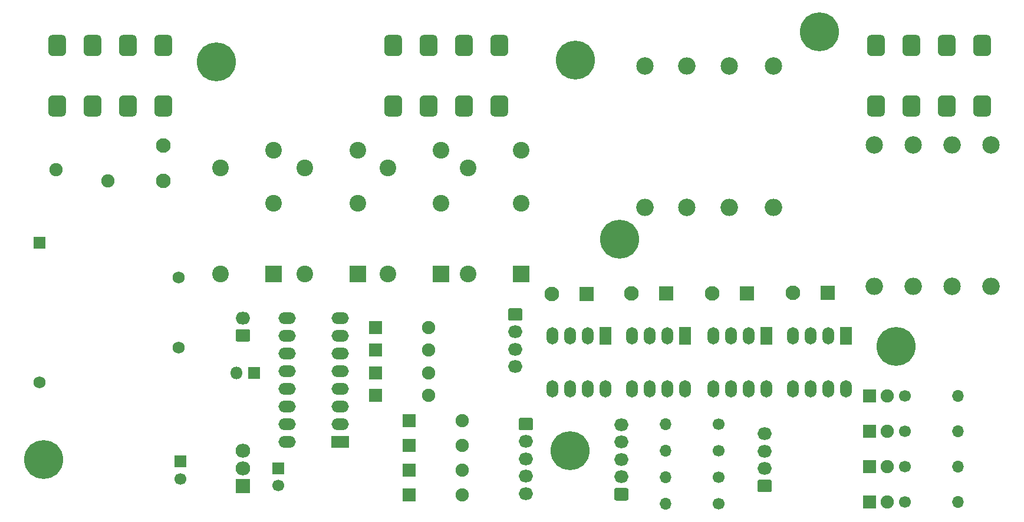
<source format=gbr>
G04 #@! TF.GenerationSoftware,KiCad,Pcbnew,(5.1.6)-1*
G04 #@! TF.CreationDate,2021-10-06T20:14:25+02:00*
G04 #@! TF.ProjectId,hamodule,68616d6f-6475-46c6-952e-6b696361645f,rev?*
G04 #@! TF.SameCoordinates,Original*
G04 #@! TF.FileFunction,Soldermask,Top*
G04 #@! TF.FilePolarity,Negative*
%FSLAX46Y46*%
G04 Gerber Fmt 4.6, Leading zero omitted, Abs format (unit mm)*
G04 Created by KiCad (PCBNEW (5.1.6)-1) date 2021-10-06 20:14:25*
%MOMM*%
%LPD*%
G01*
G04 APERTURE LIST*
%ADD10C,2.100000*%
%ADD11R,2.100000X2.100000*%
%ADD12O,1.800000X1.800000*%
%ADD13R,1.800000X1.800000*%
%ADD14C,5.600000*%
%ADD15C,1.700000*%
%ADD16R,1.700000X1.700000*%
%ADD17O,1.900000X1.900000*%
%ADD18R,1.900000X1.900000*%
%ADD19C,1.900000*%
%ADD20R,2.400000X2.400000*%
%ADD21C,2.400000*%
%ADD22O,2.500000X2.500000*%
%ADD23C,2.500000*%
%ADD24R,2.500000X1.700000*%
%ADD25O,2.500000X1.700000*%
%ADD26O,2.050000X1.800000*%
%ADD27R,1.700000X2.500000*%
%ADD28O,1.700000X2.500000*%
%ADD29O,2.100000X2.005000*%
%ADD30R,2.100000X2.005000*%
%ADD31O,1.700000X1.700000*%
%ADD32O,2.100000X1.800000*%
%ADD33R,1.750000X1.750000*%
%ADD34C,1.750000*%
G04 APERTURE END LIST*
G36*
G01*
X161402000Y-26390000D02*
X162702000Y-26390000D01*
G75*
G02*
X163352000Y-27040000I0J-650000D01*
G01*
X163352000Y-28840000D01*
G75*
G02*
X162702000Y-29490000I-650000J0D01*
G01*
X161402000Y-29490000D01*
G75*
G02*
X160752000Y-28840000I0J650000D01*
G01*
X160752000Y-27040000D01*
G75*
G02*
X161402000Y-26390000I650000J0D01*
G01*
G37*
G36*
G01*
X161402000Y-17690000D02*
X162702000Y-17690000D01*
G75*
G02*
X163352000Y-18340000I0J-650000D01*
G01*
X163352000Y-20140000D01*
G75*
G02*
X162702000Y-20790000I-650000J0D01*
G01*
X161402000Y-20790000D01*
G75*
G02*
X160752000Y-20140000I0J650000D01*
G01*
X160752000Y-18340000D01*
G75*
G02*
X161402000Y-17690000I650000J0D01*
G01*
G37*
G36*
G01*
X156322000Y-26390000D02*
X157622000Y-26390000D01*
G75*
G02*
X158272000Y-27040000I0J-650000D01*
G01*
X158272000Y-28840000D01*
G75*
G02*
X157622000Y-29490000I-650000J0D01*
G01*
X156322000Y-29490000D01*
G75*
G02*
X155672000Y-28840000I0J650000D01*
G01*
X155672000Y-27040000D01*
G75*
G02*
X156322000Y-26390000I650000J0D01*
G01*
G37*
G36*
G01*
X156322000Y-17690000D02*
X157622000Y-17690000D01*
G75*
G02*
X158272000Y-18340000I0J-650000D01*
G01*
X158272000Y-20140000D01*
G75*
G02*
X157622000Y-20790000I-650000J0D01*
G01*
X156322000Y-20790000D01*
G75*
G02*
X155672000Y-20140000I0J650000D01*
G01*
X155672000Y-18340000D01*
G75*
G02*
X156322000Y-17690000I650000J0D01*
G01*
G37*
G36*
G01*
X151242000Y-26390000D02*
X152542000Y-26390000D01*
G75*
G02*
X153192000Y-27040000I0J-650000D01*
G01*
X153192000Y-28840000D01*
G75*
G02*
X152542000Y-29490000I-650000J0D01*
G01*
X151242000Y-29490000D01*
G75*
G02*
X150592000Y-28840000I0J650000D01*
G01*
X150592000Y-27040000D01*
G75*
G02*
X151242000Y-26390000I650000J0D01*
G01*
G37*
G36*
G01*
X151242000Y-17690000D02*
X152542000Y-17690000D01*
G75*
G02*
X153192000Y-18340000I0J-650000D01*
G01*
X153192000Y-20140000D01*
G75*
G02*
X152542000Y-20790000I-650000J0D01*
G01*
X151242000Y-20790000D01*
G75*
G02*
X150592000Y-20140000I0J650000D01*
G01*
X150592000Y-18340000D01*
G75*
G02*
X151242000Y-17690000I650000J0D01*
G01*
G37*
G36*
G01*
X146162000Y-26390000D02*
X147462000Y-26390000D01*
G75*
G02*
X148112000Y-27040000I0J-650000D01*
G01*
X148112000Y-28840000D01*
G75*
G02*
X147462000Y-29490000I-650000J0D01*
G01*
X146162000Y-29490000D01*
G75*
G02*
X145512000Y-28840000I0J650000D01*
G01*
X145512000Y-27040000D01*
G75*
G02*
X146162000Y-26390000I650000J0D01*
G01*
G37*
G36*
G01*
X146162000Y-17690000D02*
X147462000Y-17690000D01*
G75*
G02*
X148112000Y-18340000I0J-650000D01*
G01*
X148112000Y-20140000D01*
G75*
G02*
X147462000Y-20790000I-650000J0D01*
G01*
X146162000Y-20790000D01*
G75*
G02*
X145512000Y-20140000I0J650000D01*
G01*
X145512000Y-18340000D01*
G75*
G02*
X146162000Y-17690000I650000J0D01*
G01*
G37*
G36*
G01*
X43800000Y-26390000D02*
X45100000Y-26390000D01*
G75*
G02*
X45750000Y-27040000I0J-650000D01*
G01*
X45750000Y-28840000D01*
G75*
G02*
X45100000Y-29490000I-650000J0D01*
G01*
X43800000Y-29490000D01*
G75*
G02*
X43150000Y-28840000I0J650000D01*
G01*
X43150000Y-27040000D01*
G75*
G02*
X43800000Y-26390000I650000J0D01*
G01*
G37*
G36*
G01*
X43800000Y-17690000D02*
X45100000Y-17690000D01*
G75*
G02*
X45750000Y-18340000I0J-650000D01*
G01*
X45750000Y-20140000D01*
G75*
G02*
X45100000Y-20790000I-650000J0D01*
G01*
X43800000Y-20790000D01*
G75*
G02*
X43150000Y-20140000I0J650000D01*
G01*
X43150000Y-18340000D01*
G75*
G02*
X43800000Y-17690000I650000J0D01*
G01*
G37*
G36*
G01*
X38720000Y-26390000D02*
X40020000Y-26390000D01*
G75*
G02*
X40670000Y-27040000I0J-650000D01*
G01*
X40670000Y-28840000D01*
G75*
G02*
X40020000Y-29490000I-650000J0D01*
G01*
X38720000Y-29490000D01*
G75*
G02*
X38070000Y-28840000I0J650000D01*
G01*
X38070000Y-27040000D01*
G75*
G02*
X38720000Y-26390000I650000J0D01*
G01*
G37*
G36*
G01*
X38720000Y-17690000D02*
X40020000Y-17690000D01*
G75*
G02*
X40670000Y-18340000I0J-650000D01*
G01*
X40670000Y-20140000D01*
G75*
G02*
X40020000Y-20790000I-650000J0D01*
G01*
X38720000Y-20790000D01*
G75*
G02*
X38070000Y-20140000I0J650000D01*
G01*
X38070000Y-18340000D01*
G75*
G02*
X38720000Y-17690000I650000J0D01*
G01*
G37*
G36*
G01*
X33640000Y-26390000D02*
X34940000Y-26390000D01*
G75*
G02*
X35590000Y-27040000I0J-650000D01*
G01*
X35590000Y-28840000D01*
G75*
G02*
X34940000Y-29490000I-650000J0D01*
G01*
X33640000Y-29490000D01*
G75*
G02*
X32990000Y-28840000I0J650000D01*
G01*
X32990000Y-27040000D01*
G75*
G02*
X33640000Y-26390000I650000J0D01*
G01*
G37*
G36*
G01*
X33640000Y-17690000D02*
X34940000Y-17690000D01*
G75*
G02*
X35590000Y-18340000I0J-650000D01*
G01*
X35590000Y-20140000D01*
G75*
G02*
X34940000Y-20790000I-650000J0D01*
G01*
X33640000Y-20790000D01*
G75*
G02*
X32990000Y-20140000I0J650000D01*
G01*
X32990000Y-18340000D01*
G75*
G02*
X33640000Y-17690000I650000J0D01*
G01*
G37*
G36*
G01*
X28560000Y-26390000D02*
X29860000Y-26390000D01*
G75*
G02*
X30510000Y-27040000I0J-650000D01*
G01*
X30510000Y-28840000D01*
G75*
G02*
X29860000Y-29490000I-650000J0D01*
G01*
X28560000Y-29490000D01*
G75*
G02*
X27910000Y-28840000I0J650000D01*
G01*
X27910000Y-27040000D01*
G75*
G02*
X28560000Y-26390000I650000J0D01*
G01*
G37*
G36*
G01*
X28560000Y-17690000D02*
X29860000Y-17690000D01*
G75*
G02*
X30510000Y-18340000I0J-650000D01*
G01*
X30510000Y-20140000D01*
G75*
G02*
X29860000Y-20790000I-650000J0D01*
G01*
X28560000Y-20790000D01*
G75*
G02*
X27910000Y-20140000I0J650000D01*
G01*
X27910000Y-18340000D01*
G75*
G02*
X28560000Y-17690000I650000J0D01*
G01*
G37*
G36*
G01*
X92060000Y-26390000D02*
X93360000Y-26390000D01*
G75*
G02*
X94010000Y-27040000I0J-650000D01*
G01*
X94010000Y-28840000D01*
G75*
G02*
X93360000Y-29490000I-650000J0D01*
G01*
X92060000Y-29490000D01*
G75*
G02*
X91410000Y-28840000I0J650000D01*
G01*
X91410000Y-27040000D01*
G75*
G02*
X92060000Y-26390000I650000J0D01*
G01*
G37*
G36*
G01*
X92060000Y-17690000D02*
X93360000Y-17690000D01*
G75*
G02*
X94010000Y-18340000I0J-650000D01*
G01*
X94010000Y-20140000D01*
G75*
G02*
X93360000Y-20790000I-650000J0D01*
G01*
X92060000Y-20790000D01*
G75*
G02*
X91410000Y-20140000I0J650000D01*
G01*
X91410000Y-18340000D01*
G75*
G02*
X92060000Y-17690000I650000J0D01*
G01*
G37*
G36*
G01*
X86980000Y-26390000D02*
X88280000Y-26390000D01*
G75*
G02*
X88930000Y-27040000I0J-650000D01*
G01*
X88930000Y-28840000D01*
G75*
G02*
X88280000Y-29490000I-650000J0D01*
G01*
X86980000Y-29490000D01*
G75*
G02*
X86330000Y-28840000I0J650000D01*
G01*
X86330000Y-27040000D01*
G75*
G02*
X86980000Y-26390000I650000J0D01*
G01*
G37*
G36*
G01*
X86980000Y-17690000D02*
X88280000Y-17690000D01*
G75*
G02*
X88930000Y-18340000I0J-650000D01*
G01*
X88930000Y-20140000D01*
G75*
G02*
X88280000Y-20790000I-650000J0D01*
G01*
X86980000Y-20790000D01*
G75*
G02*
X86330000Y-20140000I0J650000D01*
G01*
X86330000Y-18340000D01*
G75*
G02*
X86980000Y-17690000I650000J0D01*
G01*
G37*
G36*
G01*
X81900000Y-26390000D02*
X83200000Y-26390000D01*
G75*
G02*
X83850000Y-27040000I0J-650000D01*
G01*
X83850000Y-28840000D01*
G75*
G02*
X83200000Y-29490000I-650000J0D01*
G01*
X81900000Y-29490000D01*
G75*
G02*
X81250000Y-28840000I0J650000D01*
G01*
X81250000Y-27040000D01*
G75*
G02*
X81900000Y-26390000I650000J0D01*
G01*
G37*
G36*
G01*
X81900000Y-17690000D02*
X83200000Y-17690000D01*
G75*
G02*
X83850000Y-18340000I0J-650000D01*
G01*
X83850000Y-20140000D01*
G75*
G02*
X83200000Y-20790000I-650000J0D01*
G01*
X81900000Y-20790000D01*
G75*
G02*
X81250000Y-20140000I0J650000D01*
G01*
X81250000Y-18340000D01*
G75*
G02*
X81900000Y-17690000I650000J0D01*
G01*
G37*
G36*
G01*
X76820000Y-26390000D02*
X78120000Y-26390000D01*
G75*
G02*
X78770000Y-27040000I0J-650000D01*
G01*
X78770000Y-28840000D01*
G75*
G02*
X78120000Y-29490000I-650000J0D01*
G01*
X76820000Y-29490000D01*
G75*
G02*
X76170000Y-28840000I0J650000D01*
G01*
X76170000Y-27040000D01*
G75*
G02*
X76820000Y-26390000I650000J0D01*
G01*
G37*
G36*
G01*
X76820000Y-17690000D02*
X78120000Y-17690000D01*
G75*
G02*
X78770000Y-18340000I0J-650000D01*
G01*
X78770000Y-20140000D01*
G75*
G02*
X78120000Y-20790000I-650000J0D01*
G01*
X76820000Y-20790000D01*
G75*
G02*
X76170000Y-20140000I0J650000D01*
G01*
X76170000Y-18340000D01*
G75*
G02*
X76820000Y-17690000I650000J0D01*
G01*
G37*
D10*
X134898120Y-54810660D03*
D11*
X139898120Y-54810660D03*
D10*
X123257300Y-54843680D03*
D11*
X128257300Y-54843680D03*
D10*
X111713000Y-54843680D03*
D11*
X116713000Y-54843680D03*
D10*
X100286560Y-54945280D03*
D11*
X105286560Y-54945280D03*
D12*
X54965600Y-66271140D03*
D13*
X57505600Y-66271140D03*
D14*
X109976920Y-47078900D03*
D15*
X60960000Y-82510000D03*
D16*
X60960000Y-80010000D03*
D15*
X46888400Y-81524480D03*
D16*
X46888400Y-79024480D03*
D17*
X87376000Y-83820000D03*
D18*
X79756000Y-83820000D03*
D17*
X87376000Y-80264000D03*
D18*
X79756000Y-80264000D03*
D17*
X87376000Y-76708000D03*
D18*
X79756000Y-76708000D03*
D17*
X87376000Y-73152000D03*
D18*
X79756000Y-73152000D03*
D17*
X82514000Y-59770000D03*
D18*
X74894000Y-59770000D03*
D17*
X82514000Y-63020000D03*
D18*
X74894000Y-63020000D03*
D17*
X82514000Y-66270000D03*
D18*
X74894000Y-66270000D03*
D17*
X82514000Y-69520000D03*
D18*
X74894000Y-69520000D03*
D19*
X36510000Y-38730000D03*
X29010000Y-37096670D03*
D14*
X52070000Y-21590000D03*
D20*
X84328000Y-52070000D03*
D21*
X84328000Y-41910000D03*
X84328000Y-34290000D03*
X76708000Y-36830000D03*
X76708000Y-52070000D03*
D22*
X132080000Y-42545000D03*
D23*
X132080000Y-22225000D03*
D22*
X125730000Y-42545000D03*
D23*
X125730000Y-22225000D03*
D24*
X69850000Y-76200000D03*
D25*
X62230000Y-58420000D03*
X69850000Y-73660000D03*
X62230000Y-60960000D03*
X69850000Y-71120000D03*
X62230000Y-63500000D03*
X69850000Y-68580000D03*
X62230000Y-66040000D03*
X69850000Y-66040000D03*
X62230000Y-68580000D03*
X69850000Y-63500000D03*
X62230000Y-71120000D03*
X69850000Y-60960000D03*
X62230000Y-73660000D03*
X69850000Y-58420000D03*
X62230000Y-76200000D03*
D26*
X94996000Y-65412000D03*
X94996000Y-62912000D03*
X94996000Y-60412000D03*
G36*
G01*
X94235706Y-57012000D02*
X95756294Y-57012000D01*
G75*
G02*
X96021000Y-57276706I0J-264706D01*
G01*
X96021000Y-58547294D01*
G75*
G02*
X95756294Y-58812000I-264706J0D01*
G01*
X94235706Y-58812000D01*
G75*
G02*
X93971000Y-58547294I0J264706D01*
G01*
X93971000Y-57276706D01*
G75*
G02*
X94235706Y-57012000I264706J0D01*
G01*
G37*
X110236000Y-73740000D03*
X110236000Y-76240000D03*
X110236000Y-78740000D03*
X110236000Y-81240000D03*
G36*
G01*
X110996294Y-84640000D02*
X109475706Y-84640000D01*
G75*
G02*
X109211000Y-84375294I0J264706D01*
G01*
X109211000Y-83104706D01*
G75*
G02*
X109475706Y-82840000I264706J0D01*
G01*
X110996294Y-82840000D01*
G75*
G02*
X111261000Y-83104706I0J-264706D01*
G01*
X111261000Y-84375294D01*
G75*
G02*
X110996294Y-84640000I-264706J0D01*
G01*
G37*
D27*
X119380000Y-60960000D03*
D28*
X111760000Y-68580000D03*
X116840000Y-60960000D03*
X114300000Y-68580000D03*
X114300000Y-60960000D03*
X116840000Y-68580000D03*
X111760000Y-60960000D03*
X119380000Y-68580000D03*
D27*
X142494000Y-60960000D03*
D28*
X134874000Y-68580000D03*
X139954000Y-60960000D03*
X137414000Y-68580000D03*
X137414000Y-60960000D03*
X139954000Y-68580000D03*
X134874000Y-60960000D03*
X142494000Y-68580000D03*
D27*
X131064000Y-60960000D03*
D28*
X123444000Y-68580000D03*
X128524000Y-60960000D03*
X125984000Y-68580000D03*
X125984000Y-60960000D03*
X128524000Y-68580000D03*
X123444000Y-60960000D03*
X131064000Y-68580000D03*
D27*
X107950000Y-60960000D03*
D28*
X100330000Y-68580000D03*
X105410000Y-60960000D03*
X102870000Y-68580000D03*
X102870000Y-60960000D03*
X105410000Y-68580000D03*
X100330000Y-60960000D03*
X107950000Y-68580000D03*
D29*
X55880000Y-77470000D03*
X55880000Y-80010000D03*
D30*
X55880000Y-82550000D03*
D31*
X158623000Y-84836000D03*
D15*
X151003000Y-84836000D03*
D31*
X158623000Y-79756000D03*
D15*
X151003000Y-79756000D03*
D31*
X158623000Y-74676000D03*
D15*
X151003000Y-74676000D03*
D31*
X116586000Y-85090000D03*
D15*
X124206000Y-85090000D03*
D31*
X116586000Y-81280000D03*
D15*
X124206000Y-81280000D03*
D31*
X116586000Y-77470000D03*
D15*
X124206000Y-77470000D03*
D31*
X116586000Y-73660000D03*
D15*
X124206000Y-73660000D03*
D31*
X158623000Y-69596000D03*
D15*
X151003000Y-69596000D03*
D26*
X96520000Y-83660000D03*
X96520000Y-81160000D03*
X96520000Y-78660000D03*
X96520000Y-76160000D03*
G36*
G01*
X95759706Y-72760000D02*
X97280294Y-72760000D01*
G75*
G02*
X97545000Y-73024706I0J-264706D01*
G01*
X97545000Y-74295294D01*
G75*
G02*
X97280294Y-74560000I-264706J0D01*
G01*
X95759706Y-74560000D01*
G75*
G02*
X95495000Y-74295294I0J264706D01*
G01*
X95495000Y-73024706D01*
G75*
G02*
X95759706Y-72760000I264706J0D01*
G01*
G37*
D19*
X148463000Y-84836000D03*
D18*
X145923000Y-84836000D03*
D19*
X148463000Y-79756000D03*
D18*
X145923000Y-79756000D03*
D19*
X148463000Y-74676000D03*
D18*
X145923000Y-74676000D03*
D19*
X148463000Y-69596000D03*
D18*
X145923000Y-69596000D03*
D26*
X130810000Y-75050000D03*
X130810000Y-77550000D03*
X130810000Y-80050000D03*
G36*
G01*
X131570294Y-83450000D02*
X130049706Y-83450000D01*
G75*
G02*
X129785000Y-83185294I0J264706D01*
G01*
X129785000Y-81914706D01*
G75*
G02*
X130049706Y-81650000I264706J0D01*
G01*
X131570294Y-81650000D01*
G75*
G02*
X131835000Y-81914706I0J-264706D01*
G01*
X131835000Y-83185294D01*
G75*
G02*
X131570294Y-83450000I-264706J0D01*
G01*
G37*
D32*
X55892700Y-58412380D03*
G36*
G01*
X56677994Y-61812380D02*
X55107406Y-61812380D01*
G75*
G02*
X54842700Y-61547674I0J264706D01*
G01*
X54842700Y-60277086D01*
G75*
G02*
X55107406Y-60012380I264706J0D01*
G01*
X56677994Y-60012380D01*
G75*
G02*
X56942700Y-60277086I0J-264706D01*
G01*
X56942700Y-61547674D01*
G75*
G02*
X56677994Y-61812380I-264706J0D01*
G01*
G37*
D22*
X163322000Y-53848000D03*
D23*
X163322000Y-33528000D03*
D22*
X113665000Y-42545000D03*
D23*
X113665000Y-22225000D03*
D22*
X157734000Y-33528000D03*
D23*
X157734000Y-53848000D03*
D22*
X119634000Y-22225000D03*
D23*
X119634000Y-42545000D03*
D22*
X146558000Y-53848000D03*
D23*
X146558000Y-33528000D03*
D22*
X152146000Y-53848000D03*
D23*
X152146000Y-33528000D03*
D33*
X26670000Y-47625000D03*
D34*
X26670000Y-67625000D03*
X46670000Y-62625000D03*
X46670000Y-52625000D03*
D14*
X149720300Y-62489080D03*
X27305000Y-78740000D03*
X102870000Y-77470000D03*
X103632000Y-21336000D03*
X138684000Y-17272000D03*
D10*
X44450000Y-38735000D03*
X44450000Y-33655000D03*
D20*
X60325000Y-52070000D03*
D21*
X60325000Y-41910000D03*
X60325000Y-34290000D03*
X52705000Y-36830000D03*
X52705000Y-52070000D03*
D20*
X72390000Y-52070000D03*
D21*
X72390000Y-41910000D03*
X72390000Y-34290000D03*
X64770000Y-36830000D03*
X64770000Y-52070000D03*
D20*
X95885000Y-52070000D03*
D21*
X95885000Y-41910000D03*
X95885000Y-34290000D03*
X88265000Y-36830000D03*
X88265000Y-52070000D03*
M02*

</source>
